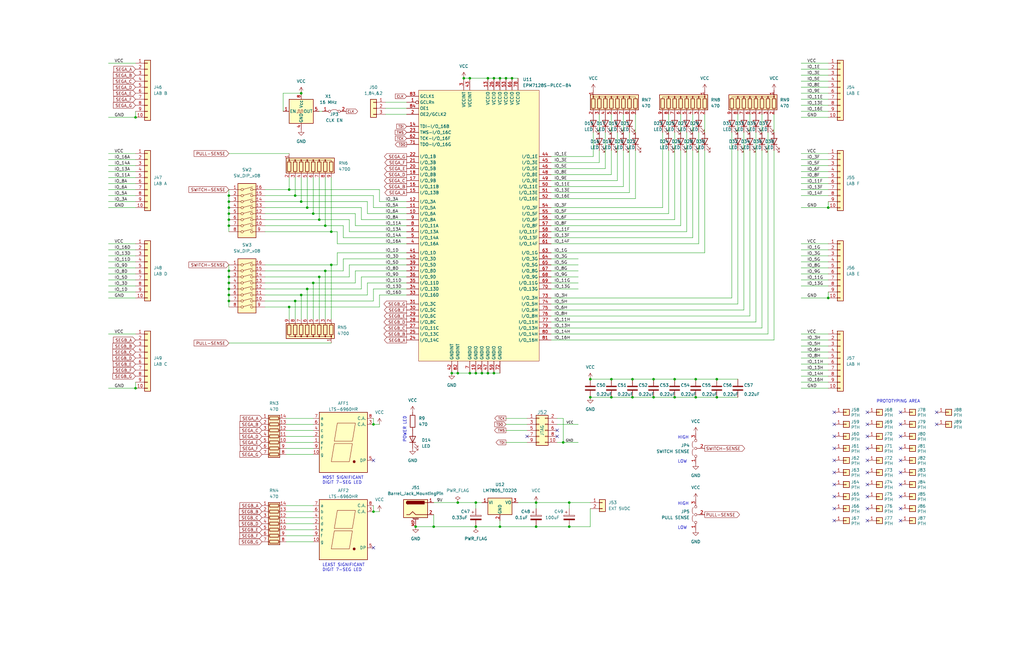
<source format=kicad_sch>
(kicad_sch (version 20211123) (generator eeschema)
  (paper "B")
  (junction (at 193.04 157.48))
  (junction (at 213.36 33.02))
  (junction (at 200.66 157.48))
  (junction (at 198.12 33.02))
  (junction (at 96.52 92.71))
  (junction (at 134.62 92.71))
  (junction (at 284.48 160.02))
  (junction (at 208.28 157.48))
  (junction (at 293.37 167.64))
  (junction (at 210.82 33.02))
  (junction (at 96.52 82.55))
  (junction (at 132.08 90.17))
  (junction (at 127 85.09))
  (junction (at 226.06 212.09))
  (junction (at 349.25 87.63))
  (junction (at 121.92 80.01))
  (junction (at 96.52 116.84))
  (junction (at 190.5 157.48))
  (junction (at 193.04 212.09))
  (junction (at 129.54 87.63))
  (junction (at 195.58 33.02))
  (junction (at 302.26 160.02))
  (junction (at 293.37 160.02))
  (junction (at 205.74 157.48))
  (junction (at 96.52 127))
  (junction (at 139.7 111.76))
  (junction (at 237.49 186.69))
  (junction (at 96.52 85.09))
  (junction (at 124.46 127))
  (junction (at 124.46 82.55))
  (junction (at 257.81 167.64))
  (junction (at 96.52 90.17))
  (junction (at 349.25 125.73))
  (junction (at 127 39.37))
  (junction (at 129.54 121.92))
  (junction (at 205.74 33.02))
  (junction (at 96.52 124.46))
  (junction (at 137.16 114.3))
  (junction (at 215.9 33.02))
  (junction (at 182.88 222.25))
  (junction (at 198.12 157.48))
  (junction (at 266.7 160.02))
  (junction (at 157.48 179.07))
  (junction (at 96.52 121.92))
  (junction (at 200.66 212.09))
  (junction (at 257.81 160.02))
  (junction (at 96.52 114.3))
  (junction (at 275.59 167.64))
  (junction (at 203.2 157.48))
  (junction (at 200.66 222.25))
  (junction (at 137.16 95.25))
  (junction (at 275.59 160.02))
  (junction (at 57.15 163.83))
  (junction (at 57.15 49.53))
  (junction (at 226.06 222.25))
  (junction (at 96.52 119.38))
  (junction (at 96.52 87.63))
  (junction (at 248.92 167.64))
  (junction (at 157.48 215.9))
  (junction (at 96.52 95.25))
  (junction (at 240.03 212.09))
  (junction (at 240.03 222.25))
  (junction (at 284.48 167.64))
  (junction (at 132.08 119.38))
  (junction (at 208.28 33.02))
  (junction (at 302.26 167.64))
  (junction (at 134.62 116.84))
  (junction (at 248.92 160.02))
  (junction (at 175.26 222.25))
  (junction (at 121.92 129.54))
  (junction (at 210.82 222.25))
  (junction (at 266.7 167.64))
  (junction (at 139.7 97.79))
  (junction (at 127 124.46))
  (no_connect (at 351.79 199.39))
  (no_connect (at 379.73 204.47))
  (no_connect (at 365.76 184.15))
  (no_connect (at 365.76 219.71))
  (no_connect (at 379.73 184.15))
  (no_connect (at 365.76 173.99))
  (no_connect (at 365.76 214.63))
  (no_connect (at 379.73 219.71))
  (no_connect (at 234.95 184.15))
  (no_connect (at 379.73 189.23))
  (no_connect (at 351.79 179.07))
  (no_connect (at 365.76 179.07))
  (no_connect (at 365.76 209.55))
  (no_connect (at 351.79 219.71))
  (no_connect (at 365.76 189.23))
  (no_connect (at 379.73 179.07))
  (no_connect (at 394.97 179.07))
  (no_connect (at 379.73 199.39))
  (no_connect (at 351.79 194.31))
  (no_connect (at 351.79 214.63))
  (no_connect (at 379.73 194.31))
  (no_connect (at 351.79 189.23))
  (no_connect (at 157.48 194.31))
  (no_connect (at 394.97 173.99))
  (no_connect (at 351.79 184.15))
  (no_connect (at 234.95 181.61))
  (no_connect (at 351.79 204.47))
  (no_connect (at 365.76 194.31))
  (no_connect (at 351.79 209.55))
  (no_connect (at 379.73 214.63))
  (no_connect (at 157.48 231.14))
  (no_connect (at 379.73 173.99))
  (no_connect (at 222.25 184.15))
  (no_connect (at 379.73 209.55))
  (no_connect (at 365.76 204.47))
  (no_connect (at 365.76 199.39))
  (no_connect (at 351.79 173.99))
  (wire (pts (xy 137.16 74.93) (xy 137.16 95.25)))
  (wire (pts (xy 45.72 69.85) (xy 57.15 69.85)))
  (wire (pts (xy 129.54 74.93) (xy 129.54 87.63)))
  (wire (pts (xy 337.82 120.65) (xy 349.25 120.65)))
  (wire (pts (xy 232.41 78.74) (xy 262.89 78.74)))
  (wire (pts (xy 297.18 63.5) (xy 297.18 106.68)))
  (wire (pts (xy 120.65 181.61) (xy 132.08 181.61)))
  (wire (pts (xy 45.72 80.01) (xy 57.15 80.01)))
  (wire (pts (xy 96.52 121.92) (xy 96.52 124.46)))
  (wire (pts (xy 149.86 95.25) (xy 171.45 95.25)))
  (wire (pts (xy 294.64 55.88) (xy 294.64 102.87)))
  (wire (pts (xy 337.82 87.63) (xy 349.25 87.63)))
  (wire (pts (xy 45.72 77.47) (xy 57.15 77.47)))
  (wire (pts (xy 232.41 100.33) (xy 292.1 100.33)))
  (wire (pts (xy 337.82 77.47) (xy 349.25 77.47)))
  (wire (pts (xy 257.81 48.26) (xy 257.81 55.88)))
  (wire (pts (xy 162.56 48.26) (xy 171.45 48.26)))
  (wire (pts (xy 96.52 124.46) (xy 96.52 127)))
  (wire (pts (xy 57.15 161.29) (xy 57.15 163.83)))
  (wire (pts (xy 129.54 87.63) (xy 152.4 87.63)))
  (wire (pts (xy 147.32 97.79) (xy 171.45 97.79)))
  (wire (pts (xy 205.74 33.02) (xy 208.28 33.02)))
  (wire (pts (xy 337.82 29.21) (xy 349.25 29.21)))
  (wire (pts (xy 222.25 179.07) (xy 213.36 179.07)))
  (wire (pts (xy 337.82 102.87) (xy 349.25 102.87)))
  (wire (pts (xy 127 85.09) (xy 154.94 85.09)))
  (wire (pts (xy 337.82 31.75) (xy 349.25 31.75)))
  (wire (pts (xy 149.86 119.38) (xy 132.08 119.38)))
  (wire (pts (xy 45.72 105.41) (xy 57.15 105.41)))
  (wire (pts (xy 144.78 109.22) (xy 171.45 109.22)))
  (wire (pts (xy 127 74.93) (xy 127 85.09)))
  (wire (pts (xy 139.7 74.93) (xy 139.7 97.79)))
  (wire (pts (xy 121.92 74.93) (xy 121.92 80.01)))
  (wire (pts (xy 240.03 212.09) (xy 240.03 214.63)))
  (wire (pts (xy 337.82 158.75) (xy 349.25 158.75)))
  (wire (pts (xy 120.65 220.98) (xy 132.08 220.98)))
  (wire (pts (xy 337.82 143.51) (xy 349.25 143.51)))
  (wire (pts (xy 200.66 222.25) (xy 210.82 222.25)))
  (wire (pts (xy 45.72 163.83) (xy 57.15 163.83)))
  (wire (pts (xy 337.82 69.85) (xy 349.25 69.85)))
  (wire (pts (xy 308.61 125.73) (xy 232.41 125.73)))
  (wire (pts (xy 190.5 157.48) (xy 193.04 157.48)))
  (wire (pts (xy 134.62 116.84) (xy 147.32 116.84)))
  (wire (pts (xy 171.45 92.71) (xy 152.4 92.71)))
  (wire (pts (xy 337.82 44.45) (xy 349.25 44.45)))
  (wire (pts (xy 137.16 114.3) (xy 137.16 134.62)))
  (wire (pts (xy 111.76 92.71) (xy 134.62 92.71)))
  (wire (pts (xy 96.52 114.3) (xy 96.52 116.84)))
  (wire (pts (xy 266.7 160.02) (xy 275.59 160.02)))
  (wire (pts (xy 96.52 119.38) (xy 96.52 121.92)))
  (wire (pts (xy 232.41 90.17) (xy 281.94 90.17)))
  (wire (pts (xy 267.97 63.5) (xy 267.97 83.82)))
  (wire (pts (xy 293.37 160.02) (xy 302.26 160.02)))
  (wire (pts (xy 349.25 85.09) (xy 349.25 87.63)))
  (wire (pts (xy 134.62 46.99) (xy 135.89 46.99)))
  (wire (pts (xy 57.15 46.99) (xy 57.15 49.53)))
  (wire (pts (xy 337.82 118.11) (xy 349.25 118.11)))
  (wire (pts (xy 232.41 128.27) (xy 311.15 128.27)))
  (wire (pts (xy 162.56 43.18) (xy 171.45 43.18)))
  (wire (pts (xy 311.15 63.5) (xy 311.15 128.27)))
  (wire (pts (xy 337.82 151.13) (xy 349.25 151.13)))
  (wire (pts (xy 262.89 78.74) (xy 262.89 63.5)))
  (wire (pts (xy 232.41 66.04) (xy 250.19 66.04)))
  (wire (pts (xy 222.25 176.53) (xy 213.36 176.53)))
  (wire (pts (xy 154.94 119.38) (xy 154.94 124.46)))
  (wire (pts (xy 157.48 121.92) (xy 171.45 121.92)))
  (wire (pts (xy 321.31 63.5) (xy 321.31 138.43)))
  (wire (pts (xy 323.85 140.97) (xy 232.41 140.97)))
  (wire (pts (xy 337.82 80.01) (xy 349.25 80.01)))
  (wire (pts (xy 208.28 157.48) (xy 210.82 157.48)))
  (wire (pts (xy 337.82 64.77) (xy 349.25 64.77)))
  (wire (pts (xy 287.02 48.26) (xy 287.02 55.88)))
  (wire (pts (xy 337.82 39.37) (xy 349.25 39.37)))
  (wire (pts (xy 234.95 176.53) (xy 237.49 176.53)))
  (wire (pts (xy 111.76 97.79) (xy 139.7 97.79)))
  (wire (pts (xy 120.65 179.07) (xy 132.08 179.07)))
  (wire (pts (xy 120.65 228.6) (xy 132.08 228.6)))
  (wire (pts (xy 171.45 124.46) (xy 160.02 124.46)))
  (wire (pts (xy 284.48 167.64) (xy 293.37 167.64)))
  (wire (pts (xy 121.92 129.54) (xy 121.92 134.62)))
  (wire (pts (xy 157.48 179.07) (xy 160.02 179.07)))
  (wire (pts (xy 287.02 63.5) (xy 287.02 95.25)))
  (wire (pts (xy 232.41 116.84) (xy 243.84 116.84)))
  (wire (pts (xy 157.48 176.53) (xy 157.48 179.07)))
  (wire (pts (xy 289.56 97.79) (xy 232.41 97.79)))
  (wire (pts (xy 208.28 33.02) (xy 210.82 33.02)))
  (wire (pts (xy 142.24 102.87) (xy 142.24 97.79)))
  (wire (pts (xy 205.74 157.48) (xy 208.28 157.48)))
  (wire (pts (xy 232.41 71.12) (xy 255.27 71.12)))
  (wire (pts (xy 111.76 80.01) (xy 121.92 80.01)))
  (wire (pts (xy 232.41 81.28) (xy 265.43 81.28)))
  (wire (pts (xy 232.41 114.3) (xy 243.84 114.3)))
  (wire (pts (xy 279.4 55.88) (xy 279.4 87.63)))
  (wire (pts (xy 200.66 212.09) (xy 203.2 212.09)))
  (wire (pts (xy 193.04 157.48) (xy 198.12 157.48)))
  (wire (pts (xy 96.52 92.71) (xy 96.52 95.25)))
  (wire (pts (xy 132.08 74.93) (xy 132.08 90.17)))
  (wire (pts (xy 240.03 222.25) (xy 226.06 222.25)))
  (wire (pts (xy 96.52 144.78) (xy 139.7 144.78)))
  (wire (pts (xy 232.41 119.38) (xy 243.84 119.38)))
  (wire (pts (xy 260.35 76.2) (xy 260.35 55.88)))
  (wire (pts (xy 213.36 186.69) (xy 222.25 186.69)))
  (wire (pts (xy 45.72 102.87) (xy 57.15 102.87)))
  (wire (pts (xy 255.27 71.12) (xy 255.27 55.88)))
  (wire (pts (xy 124.46 127) (xy 124.46 134.62)))
  (wire (pts (xy 96.52 82.55) (xy 96.52 85.09)))
  (wire (pts (xy 284.48 55.88) (xy 284.48 92.71)))
  (wire (pts (xy 134.62 92.71) (xy 147.32 92.71)))
  (wire (pts (xy 337.82 161.29) (xy 349.25 161.29)))
  (wire (pts (xy 198.12 33.02) (xy 205.74 33.02)))
  (wire (pts (xy 218.44 212.09) (xy 226.06 212.09)))
  (wire (pts (xy 257.81 63.5) (xy 257.81 73.66)))
  (wire (pts (xy 318.77 135.89) (xy 232.41 135.89)))
  (wire (pts (xy 297.18 48.26) (xy 297.18 55.88)))
  (wire (pts (xy 124.46 74.93) (xy 124.46 82.55)))
  (wire (pts (xy 213.36 33.02) (xy 215.9 33.02)))
  (wire (pts (xy 232.41 109.22) (xy 243.84 109.22)))
  (wire (pts (xy 120.65 213.36) (xy 132.08 213.36)))
  (wire (pts (xy 96.52 64.77) (xy 121.92 64.77)))
  (wire (pts (xy 45.72 72.39) (xy 57.15 72.39)))
  (wire (pts (xy 337.82 36.83) (xy 349.25 36.83)))
  (wire (pts (xy 127 39.37) (xy 119.38 39.37)))
  (wire (pts (xy 157.48 215.9) (xy 160.02 215.9)))
  (wire (pts (xy 45.72 107.95) (xy 57.15 107.95)))
  (wire (pts (xy 139.7 111.76) (xy 142.24 111.76)))
  (wire (pts (xy 147.32 111.76) (xy 171.45 111.76)))
  (wire (pts (xy 129.54 121.92) (xy 152.4 121.92)))
  (wire (pts (xy 160.02 85.09) (xy 171.45 85.09)))
  (wire (pts (xy 337.82 67.31) (xy 349.25 67.31)))
  (wire (pts (xy 134.62 116.84) (xy 134.62 134.62)))
  (wire (pts (xy 337.82 49.53) (xy 349.25 49.53)))
  (wire (pts (xy 45.72 110.49) (xy 57.15 110.49)))
  (wire (pts (xy 337.82 72.39) (xy 349.25 72.39)))
  (wire (pts (xy 337.82 105.41) (xy 349.25 105.41)))
  (wire (pts (xy 149.86 90.17) (xy 149.86 95.25)))
  (wire (pts (xy 257.81 167.64) (xy 266.7 167.64)))
  (wire (pts (xy 250.19 55.88) (xy 250.19 66.04)))
  (wire (pts (xy 323.85 55.88) (xy 323.85 140.97)))
  (wire (pts (xy 193.04 212.09) (xy 200.66 212.09)))
  (wire (pts (xy 111.76 111.76) (xy 139.7 111.76)))
  (wire (pts (xy 326.39 63.5) (xy 326.39 143.51)))
  (wire (pts (xy 96.52 80.01) (xy 96.52 82.55)))
  (wire (pts (xy 308.61 55.88) (xy 308.61 125.73)))
  (wire (pts (xy 45.72 85.09) (xy 57.15 85.09)))
  (wire (pts (xy 132.08 90.17) (xy 149.86 90.17)))
  (wire (pts (xy 45.72 74.93) (xy 57.15 74.93)))
  (wire (pts (xy 171.45 87.63) (xy 157.48 87.63)))
  (wire (pts (xy 111.76 95.25) (xy 137.16 95.25)))
  (wire (pts (xy 142.24 106.68) (xy 171.45 106.68)))
  (wire (pts (xy 120.65 215.9) (xy 132.08 215.9)))
  (wire (pts (xy 248.92 214.63) (xy 248.92 222.25)))
  (wire (pts (xy 237.49 176.53) (xy 237.49 186.69)))
  (wire (pts (xy 266.7 167.64) (xy 275.59 167.64)))
  (wire (pts (xy 337.82 74.93) (xy 349.25 74.93)))
  (wire (pts (xy 302.26 167.64) (xy 311.15 167.64)))
  (wire (pts (xy 152.4 116.84) (xy 171.45 116.84)))
  (wire (pts (xy 234.95 179.07) (xy 243.84 179.07)))
  (wire (pts (xy 284.48 92.71) (xy 232.41 92.71)))
  (wire (pts (xy 45.72 67.31) (xy 57.15 67.31)))
  (wire (pts (xy 226.06 212.09) (xy 240.03 212.09)))
  (wire (pts (xy 160.02 124.46) (xy 160.02 129.54)))
  (wire (pts (xy 127 124.46) (xy 127 134.62)))
  (wire (pts (xy 337.82 26.67) (xy 349.25 26.67)))
  (wire (pts (xy 121.92 80.01) (xy 160.02 80.01)))
  (wire (pts (xy 142.24 97.79) (xy 139.7 97.79)))
  (wire (pts (xy 171.45 119.38) (xy 154.94 119.38)))
  (wire (pts (xy 120.65 218.44) (xy 132.08 218.44)))
  (wire (pts (xy 252.73 68.58) (xy 232.41 68.58)))
  (wire (pts (xy 157.48 87.63) (xy 157.48 82.55)))
  (wire (pts (xy 275.59 167.64) (xy 284.48 167.64)))
  (wire (pts (xy 265.43 81.28) (xy 265.43 55.88)))
  (wire (pts (xy 142.24 111.76) (xy 142.24 106.68)))
  (wire (pts (xy 293.37 167.64) (xy 302.26 167.64)))
  (wire (pts (xy 326.39 48.26) (xy 326.39 55.88)))
  (wire (pts (xy 337.82 46.99) (xy 349.25 46.99)))
  (wire (pts (xy 162.56 45.72) (xy 171.45 45.72)))
  (wire (pts (xy 147.32 92.71) (xy 147.32 97.79)))
  (wire (pts (xy 144.78 95.25) (xy 144.78 100.33)))
  (wire (pts (xy 232.41 95.25) (xy 287.02 95.25)))
  (wire (pts (xy 45.72 64.77) (xy 57.15 64.77)))
  (wire (pts (xy 281.94 48.26) (xy 281.94 55.88)))
  (wire (pts (xy 111.76 82.55) (xy 124.46 82.55)))
  (wire (pts (xy 144.78 100.33) (xy 171.45 100.33)))
  (wire (pts (xy 120.65 176.53) (xy 132.08 176.53)))
  (wire (pts (xy 232.41 76.2) (xy 260.35 76.2)))
  (wire (pts (xy 154.94 124.46) (xy 127 124.46)))
  (wire (pts (xy 171.45 102.87) (xy 142.24 102.87)))
  (wire (pts (xy 318.77 55.88) (xy 318.77 135.89)))
  (wire (pts (xy 232.41 87.63) (xy 279.4 87.63)))
  (wire (pts (xy 349.25 123.19) (xy 349.25 125.73)))
  (wire (pts (xy 152.4 121.92) (xy 152.4 116.84)))
  (wire (pts (xy 144.78 109.22) (xy 144.78 114.3)))
  (wire (pts (xy 337.82 82.55) (xy 349.25 82.55)))
  (wire (pts (xy 210.82 33.02) (xy 213.36 33.02)))
  (wire (pts (xy 129.54 121.92) (xy 129.54 134.62)))
  (wire (pts (xy 154.94 90.17) (xy 171.45 90.17)))
  (wire (pts (xy 237.49 186.69) (xy 243.84 186.69)))
  (wire (pts (xy 157.48 127) (xy 157.48 121.92)))
  (wire (pts (xy 111.76 85.09) (xy 127 85.09)))
  (wire (pts (xy 252.73 63.5) (xy 252.73 68.58)))
  (wire (pts (xy 139.7 111.76) (xy 139.7 134.62)))
  (wire (pts (xy 152.4 92.71) (xy 152.4 87.63)))
  (wire (pts (xy 45.72 87.63) (xy 57.15 87.63)))
  (wire (pts (xy 240.03 222.25) (xy 248.92 222.25)))
  (wire (pts (xy 96.52 95.25) (xy 96.52 97.79)))
  (wire (pts (xy 257.81 160.02) (xy 266.7 160.02)))
  (wire (pts (xy 232.41 121.92) (xy 243.84 121.92)))
  (wire (pts (xy 45.72 82.55) (xy 57.15 82.55)))
  (wire (pts (xy 215.9 33.02) (xy 218.44 33.02)))
  (wire (pts (xy 147.32 116.84) (xy 147.32 111.76)))
  (wire (pts (xy 134.62 74.93) (xy 134.62 92.71)))
  (wire (pts (xy 154.94 85.09) (xy 154.94 90.17)))
  (wire (pts (xy 96.52 90.17) (xy 96.52 92.71)))
  (wire (pts (xy 294.64 102.87) (xy 232.41 102.87)))
  (wire (pts (xy 45.72 115.57) (xy 57.15 115.57)))
  (wire (pts (xy 175.26 222.25) (xy 182.88 222.25)))
  (wire (pts (xy 120.65 184.15) (xy 132.08 184.15)))
  (wire (pts (xy 160.02 129.54) (xy 121.92 129.54)))
  (wire (pts (xy 182.88 212.09) (xy 193.04 212.09)))
  (wire (pts (xy 337.82 115.57) (xy 349.25 115.57)))
  (wire (pts (xy 337.82 156.21) (xy 349.25 156.21)))
  (wire (pts (xy 240.03 212.09) (xy 248.92 212.09)))
  (wire (pts (xy 132.08 119.38) (xy 132.08 134.62)))
  (wire (pts (xy 96.52 87.63) (xy 96.52 90.17)))
  (wire (pts (xy 248.92 167.64) (xy 257.81 167.64)))
  (wire (pts (xy 316.23 63.5) (xy 316.23 133.35)))
  (wire (pts (xy 111.76 121.92) (xy 129.54 121.92)))
  (wire (pts (xy 157.48 213.36) (xy 157.48 215.9)))
  (wire (pts (xy 120.65 223.52) (xy 132.08 223.52)))
  (wire (pts (xy 337.82 113.03) (xy 349.25 113.03)))
  (wire (pts (xy 284.48 160.02) (xy 293.37 160.02)))
  (wire (pts (xy 232.41 111.76) (xy 243.84 111.76)))
  (wire (pts (xy 275.59 160.02) (xy 284.48 160.02)))
  (wire (pts (xy 232.41 143.51) (xy 326.39 143.51)))
  (wire (pts (xy 203.2 157.48) (xy 205.74 157.48)))
  (wire (pts (xy 149.86 114.3) (xy 149.86 119.38)))
  (wire (pts (xy 182.88 222.25) (xy 200.66 222.25)))
  (wire (pts (xy 337.82 41.91) (xy 349.25 41.91)))
  (wire (pts (xy 248.92 160.02) (xy 257.81 160.02)))
  (wire (pts (xy 292.1 63.5) (xy 292.1 100.33)))
  (wire (pts (xy 45.72 113.03) (xy 57.15 113.03)))
  (wire (pts (xy 337.82 140.97) (xy 349.25 140.97)))
  (wire (pts (xy 157.48 82.55) (xy 124.46 82.55)))
  (wire (pts (xy 262.89 48.26) (xy 262.89 55.88)))
  (wire (pts (xy 311.15 48.26) (xy 311.15 55.88)))
  (wire (pts (xy 45.72 140.97) (xy 57.15 140.97)))
  (wire (pts (xy 96.52 127) (xy 96.52 129.54)))
  (wire (pts (xy 120.65 191.77) (xy 132.08 191.77)))
  (wire (pts (xy 45.72 49.53) (xy 57.15 49.53)))
  (wire (pts (xy 144.78 114.3) (xy 137.16 114.3)))
  (wire (pts (xy 120.65 189.23) (xy 132.08 189.23)))
  (wire (pts (xy 232.41 106.68) (xy 297.18 106.68)))
  (wire (pts (xy 111.76 87.63) (xy 129.54 87.63)))
  (wire (pts (xy 45.72 125.73) (xy 57.15 125.73)))
  (wire (pts (xy 111.76 129.54) (xy 121.92 129.54)))
  (wire (pts (xy 337.82 146.05) (xy 349.25 146.05)))
  (wire (pts (xy 213.36 181.61) (xy 222.25 181.61)))
  (wire (pts (xy 292.1 48.26) (xy 292.1 55.88)))
  (wire (pts (xy 45.72 120.65) (xy 57.15 120.65)))
  (wire (pts (xy 232.41 133.35) (xy 316.23 133.35)))
  (wire (pts (xy 257.81 73.66) (xy 232.41 73.66)))
  (wire (pts (xy 337.82 148.59) (xy 349.25 148.59)))
  (wire (pts (xy 137.16 95.25) (xy 144.78 95.25)))
  (wire (pts (xy 96.52 85.09) (xy 96.52 87.63)))
  (wire (pts (xy 111.76 114.3) (xy 137.16 114.3)))
  (wire (pts (xy 45.72 123.19) (xy 57.15 123.19)))
  (wire (pts (xy 182.88 222.25) (xy 182.88 217.17)))
  (wire (pts (xy 198.12 157.48) (xy 200.66 157.48)))
  (wire (pts (xy 120.65 226.06) (xy 132.08 226.06)))
  (wire (pts (xy 302.26 160.02) (xy 311.15 160.02)))
  (wire (pts (xy 111.76 90.17) (xy 132.08 90.17)))
  (wire (pts (xy 96.52 116.84) (xy 96.52 119.38)))
  (wire (pts (xy 337.82 163.83) (xy 349.25 163.83)))
  (wire (pts (xy 337.82 34.29) (xy 349.25 34.29)))
  (wire (pts (xy 267.97 83.82) (xy 232.41 83.82)))
  (wire (pts (xy 111.76 116.84) (xy 134.62 116.84)))
  (wire (pts (xy 200.66 212.09) (xy 200.66 214.63)))
  (wire (pts (xy 313.69 55.88) (xy 313.69 130.81)))
  (wire (pts (xy 281.94 63.5) (xy 281.94 90.17)))
  (wire (pts (xy 316.23 48.26) (xy 316.23 55.88)))
  (wire (pts (xy 200.66 157.48) (xy 203.2 157.48)))
  (wire (pts (xy 171.45 114.3) (xy 149.86 114.3)))
  (wire (pts (xy 337.82 153.67) (xy 349.25 153.67)))
  (wire (pts (xy 210.82 222.25) (xy 226.06 222.25)))
  (wire (pts (xy 337.82 125.73) (xy 349.25 125.73)))
  (wire (pts (xy 111.76 124.46) (xy 127 124.46)))
  (wire (pts (xy 111.76 119.38) (xy 132.08 119.38)))
  (wire (pts (xy 119.38 39.37) (xy 119.38 46.99)))
  (wire (pts (xy 160.02 80.01) (xy 160.02 85.09)))
  (wire (pts (xy 252.73 48.26) (xy 252.73 55.88)))
  (wire (pts (xy 124.46 127) (xy 157.48 127)))
  (wire (pts (xy 45.72 118.11) (xy 57.15 118.11)))
  (wire (pts (xy 195.58 33.02) (xy 198.12 33.02)))
  (wire (pts (xy 289.56 55.88) (xy 289.56 97.79)))
  (wire (pts (xy 337.82 110.49) (xy 349.25 110.49)))
  (wire (pts (xy 96.52 111.76) (xy 96.52 114.3)))
  (wire (pts (xy 210.82 222.25) (xy 210.82 219.71)))
  (wire (pts (xy 120.65 186.69) (xy 132.08 186.69)))
  (wire (pts (xy 337.82 107.95) (xy 349.25 107.95)))
  (wire (pts (xy 234.95 186.69) (xy 237.49 186.69)))
  (wire (pts (xy 45.72 26.67) (xy 57.15 26.67)))
  (wire (pts (xy 321.31 48.26) (xy 321.31 55.88)))
  (wire (pts (xy 267.97 48.26) (xy 267.97 55.88)))
  (wire (pts (xy 111.76 127) (xy 124.46 127)))
  (wire (pts (xy 226.06 212.09) (xy 226.06 214.63)))
  (wire (pts (xy 232.41 138.43) (xy 321.31 138.43)))
  (wire (pts (xy 313.69 130.81) (xy 232.41 130.81)))
  (text "LOW" (at 285.75 223.52 0) (effects (font (size 1.27 1.27)) (justify left bottom)))
  (text "LEAST SIGNIFICANT\nDIGIT 7-SEG LED" (at 135.89 241.3 0) (effects (font (size 1.27 1.27)) (justify left bottom)))
  (text "HIGH" (at 285.75 213.36 0) (effects (font (size 1.27 1.27)) (justify left bottom)))
  (text "PROTOTYPING AREA" (at 369.57 170.18 0) (effects (font (size 1.27 1.27)) (justify left bottom)))
  (text "HIGH" (at 285.75 185.42 0) (effects (font (size 1.27 1.27)) (justify left bottom)))
  (text "LOW" (at 285.75 195.58 0) (effects (font (size 1.27 1.27)) (justify left bottom)))
  (text "MOST SIGNIFICANT\nDIGIT 7-SEG LED" (at 135.89 204.47 0) (effects (font (size 1.27 1.27)) (justify left bottom)))
  (text "POWER LED" (at 171.45 186.69 90) (effects (font (size 1.27 1.27)) (justify left bottom)))
  (label "IO_5H" (at 340.36 146.05 0))
  (label "GND" (at 48.26 87.63 0))
  (label "IO_6A" (at 48.26 80.01 0))
  (label "IO_8A" (at 162.56 92.71 0))
  (label "GND" (at 340.36 163.83 0))
  (label "IO_11G" (at 340.36 118.11 0))
  (label "IO_9G" (at 340.36 115.57 0))
  (label "IO_11E" (at 233.68 78.74 0))
  (label "IO_8E" (at 233.68 73.66 0))
  (label "IO_14H" (at 233.68 140.97 0))
  (label "IO_3E" (at 233.68 68.58 0))
  (label "IO_13H" (at 233.68 138.43 0))
  (label "IO_11A" (at 48.26 74.93 0))
  (label "IO_1E" (at 233.68 66.04 0))
  (label "IO_3D" (at 162.56 109.22 0))
  (label "IO_16A" (at 48.26 67.31 0))
  (label "IO_1E" (at 340.36 29.21 0))
  (label "IO_3G" (at 340.36 107.95 0))
  (label "IO_5H" (at 233.68 128.27 0))
  (label "IO_16D" (at 48.26 105.41 0))
  (label "IO_3F" (at 340.36 67.31 0))
  (label "IO_13A" (at 48.26 72.39 0))
  (label "IO_9E" (at 233.68 76.2 0))
  (label "IO_3H" (at 340.36 143.51 0))
  (label "IO_11H" (at 233.68 135.89 0))
  (label "GND" (at 48.26 49.53 0))
  (label "IO_14A" (at 48.26 69.85 0))
  (label "IO_8A" (at 48.26 77.47 0))
  (label "IO_6A" (at 162.56 90.17 0))
  (label "IO_3H" (at 233.68 125.73 0))
  (label "IO_16E" (at 340.36 46.99 0))
  (label "IO_3G" (at 233.68 109.22 0))
  (label "IO_9G" (at 233.68 116.84 0))
  (label "IO_8H" (at 340.36 151.13 0))
  (label "IO_11E" (at 340.36 41.91 0))
  (label "IO_8F" (at 340.36 74.93 0))
  (label "IO_8D" (at 162.56 114.3 0))
  (label "IO_11G" (at 233.68 119.38 0))
  (label "IO_13G" (at 233.68 121.92 0))
  (label "IO_6F" (at 233.68 92.71 0))
  (label "IO_3F" (at 233.68 87.63 0))
  (label "IO_3A" (at 48.26 85.09 0))
  (label "IO_1G" (at 233.68 106.68 0))
  (label "VCC" (at 48.26 102.87 0))
  (label "GND" (at 238.506 186.69 0) (effects (font (size 1.016 1.016))))
  (label "IO_8E" (at 340.36 36.83 0))
  (label "IO_6F" (at 340.36 72.39 0))
  (label "GND" (at 340.36 125.73 0))
  (label "IO_6H" (at 233.68 130.81 0))
  (label "VCC" (at 340.36 140.97 0))
  (label "IO_1D" (at 48.26 123.19 0))
  (label "IO_16E" (at 233.68 83.82 0))
  (label "GND" (at 340.36 87.63 0))
  (label "VCC" (at 48.26 26.67 0))
  (label "IO_5E" (at 340.36 34.29 0))
  (label "IO_5A" (at 162.56 87.63 0))
  (label "IO_1G" (at 340.36 105.41 0))
  (label "IO_16H" (at 340.36 161.29 0))
  (label "IO_14F" (at 233.68 102.87 0))
  (label "IO_11D" (at 162.56 119.38 0))
  (label "IO_5D" (at 162.56 111.76 0))
  (label "VCC" (at 48.26 140.97 0))
  (label "IO_11F" (at 233.68 97.79 0))
  (label "GND" (at 48.26 163.83 0))
  (label "IO_13D" (at 162.56 121.92 0))
  (label "VCC" (at 340.36 102.87 0))
  (label "IO_13D" (at 48.26 107.95 0))
  (label "IO_16H" (at 233.68 143.51 0))
  (label "IO_5F" (at 340.36 69.85 0))
  (label "IO_13A" (at 162.56 97.79 0))
  (label "VCC" (at 340.36 26.67 0))
  (label "IO_13E" (at 233.68 81.28 0))
  (label "IO_8G" (at 233.68 114.3 0))
  (label "IO_5E" (at 233.68 71.12 0))
  (label "IO_5F" (at 233.68 90.17 0))
  (label "IO_14A" (at 162.56 100.33 0))
  (label "IO_14F" (at 340.36 82.55 0))
  (label "IO_11H" (at 340.36 153.67 0))
  (label "IO_6H" (at 340.36 148.59 0))
  (label "IO_9D" (at 162.56 116.84 0))
  (label "GND" (at 340.36 49.53 0))
  (label "IO_11F" (at 340.36 77.47 0))
  (label "IO_3E" (at 340.36 31.75 0))
  (label "IO_5G" (at 233.68 111.76 0))
  (label "IO_5A" (at 48.26 82.55 0))
  (label "VCC" (at 238.76 179.07 0) (effects (font (size 1.016 1.016))))
  (label "IO_13G" (at 340.36 120.65 0))
  (label "IO_14H" (at 340.36 158.75 0))
  (label "IO_11D" (at 48.26 110.49 0))
  (label "IO_16A" (at 162.56 102.87 0))
  (label "IO_8H" (at 233.68 133.35 0))
  (label "VCC" (at 48.26 64.77 0))
  (label "IO_9D" (at 48.26 113.03 0))
  (label "IO_5D" (at 48.26 118.11 0))
  (label "IO_13F" (at 340.36 80.01 0))
  (label "IO_3D" (at 48.26 120.65 0))
  (label "IO_1D" (at 162.56 106.68 0))
  (label "IO_8D" (at 48.26 115.57 0))
  (label "IO_5G" (at 340.36 110.49 0))
  (label "VCC" (at 340.36 64.77 0))
  (label "IO_16D" (at 162.56 124.46 0))
  (label "IO_8G" (at 340.36 113.03 0))
  (label "IO_3A" (at 162.56 85.09 0))
  (label "IO_13H" (at 340.36 156.21 0))
  (label "IO_13E" (at 340.36 44.45 0))
  (label "IO_11A" (at 162.56 95.25 0))
  (label "IO_13F" (at 233.68 100.33 0))
  (label "IO_8F" (at 233.68 95.25 0))
  (label "IO_9E" (at 340.36 39.37 0))
  (label "GND" (at 48.26 125.73 0))
  (label "9V" (at 184.15 212.09 0))
  (global_label "TDI" (shape output) (at 213.36 186.69 180) (effects (font (size 1.016 1.016))) (property "Intersheet References" "${INTERSHEET_REFS}" (effects hide)))
  (global_label "SEGA_F" (shape input) (at 110.49 189.23 180) (property "Intersheet References" "${INTERSHEET_REFS}" (effects hide)))
  (global_label "SEGB_C" (shape output) (at 171.45 138.43 180) (property "Intersheet References" "${INTERSHEET_REFS}" (effects hide)))
  (global_label "SEGB_G" (shape output) (at 171.45 128.27 180) (property "Intersheet References" "${INTERSHEET_REFS}" (effects hide)))
  (global_label "SEGB_E" (shape input) (at 110.49 223.52 180) (property "Intersheet References" "${INTERSHEET_REFS}" (effects hide)))
  (global_label "TCK" (shape input) (at 171.45 58.42 180) (effects (font (size 1.016 1.016))) (property "Intersheet References" "${INTERSHEET_REFS}" (effects hide)))
  (global_label "SWITCH-SENSE" (shape input) (at 96.52 111.76 180) (property "Intersheet References" "${INTERSHEET_REFS}" (effects hide)))
  (global_label "CLK" (shape input) (at 171.45 40.64 180) (effects (font (size 1.016 1.016))) (property "Intersheet References" "${INTERSHEET_REFS}" (effects hide)))
  (global_label "SEGB_D" (shape input) (at 57.15 151.13 180) (property "Intersheet References" "${INTERSHEET_REFS}" (effects hide)))
  (global_label "SEGA_D" (shape input) (at 110.49 184.15 180) (property "Intersheet References" "${INTERSHEET_REFS}" (effects hide)))
  (global_label "SEGB_E" (shape input) (at 57.15 153.67 180) (property "Intersheet References" "${INTERSHEET_REFS}" (effects hide)))
  (global_label "SEGB_B" (shape output) (at 171.45 140.97 180) (property "Intersheet References" "${INTERSHEET_REFS}" (effects hide)))
  (global_label "SEGB_B" (shape input) (at 57.15 146.05 180) (property "Intersheet References" "${INTERSHEET_REFS}" (effects hide)))
  (global_label "SEGB_G" (shape input) (at 57.15 158.75 180) (property "Intersheet References" "${INTERSHEET_REFS}" (effects hide)))
  (global_label "SEGA_G" (shape input) (at 57.15 44.45 180) (property "Intersheet References" "${INTERSHEET_REFS}" (effects hide)))
  (global_label "SEGA_F" (shape output) (at 171.45 68.58 180) (property "Intersheet References" "${INTERSHEET_REFS}" (effects hide)))
  (global_label "SEGB_C" (shape input) (at 110.49 218.44 180) (property "Intersheet References" "${INTERSHEET_REFS}" (effects hide)))
  (global_label "TMS" (shape input) (at 171.45 55.88 180) (effects (font (size 1.016 1.016))) (property "Intersheet References" "${INTERSHEET_REFS}" (effects hide)))
  (global_label "SEGA_A" (shape input) (at 57.15 29.21 180) (property "Intersheet References" "${INTERSHEET_REFS}" (effects hide)))
  (global_label "SWITCH-SENSE" (shape input) (at 96.52 80.01 180) (property "Intersheet References" "${INTERSHEET_REFS}" (effects hide)))
  (global_label "SEGA_C" (shape input) (at 110.49 181.61 180) (property "Intersheet References" "${INTERSHEET_REFS}" (effects hide)))
  (global_label "SEGA_F" (shape input) (at 57.15 41.91 180) (property "Intersheet References" "${INTERSHEET_REFS}" (effects hide)))
  (global_label "TMS" (shape output) (at 213.36 181.61 180) (effects (font (size 1.016 1.016))) (property "Intersheet References" "${INTERSHEET_REFS}" (effects hide)))
  (global_label "SEGA_D" (shape input) (at 57.15 36.83 180) (property "Intersheet References" "${INTERSHEET_REFS}" (effects hide)))
  (global_label "TCK" (shape output) (at 213.36 176.53 180) (effects (font (size 1.016 1.016))) (property "Intersheet References" "${INTERSHEET_REFS}" (effects hide)))
  (global_label "SEGA_D" (shape output) (at 171.45 73.66 180) (property "Intersheet References" "${INTERSHEET_REFS}" (effects hide)))
  (global_label "SEGB_A" (shape output) (at 171.45 143.51 180) (property "Intersheet References" "${INTERSHEET_REFS}" (effects hide)))
  (global_label "SEGA_E" (shape input) (at 57.15 39.37 180) (property "Intersheet References" "${INTERSHEET_REFS}" (effects hide)))
  (global_label "SWITCH-SENSE" (shape output) (at 297.18 189.23 0) (property "Intersheet References" "${INTERSHEET_REFS}" (effects hide)))
  (global_label "SEGA_C" (shape output) (at 171.45 76.2 180) (property "Intersheet References" "${INTERSHEET_REFS}" (effects hide)))
  (global_label "SEGA_G" (shape output) (at 171.45 66.04 180) (property "Intersheet References" "${INTERSHEET_REFS}" (effects hide)))
  (global_label "SEGB_D" (shape output) (at 171.45 135.89 180) (property "Intersheet References" "${INTERSHEET_REFS}" (effects hide)))
  (global_label "PULL-SENSE" (shape output) (at 297.18 217.17 0) (property "Intersheet References" "${INTERSHEET_REFS}" (effects hide)))
  (global_label "SEGB_F" (shape input) (at 57.15 156.21 180) (property "Intersheet References" "${INTERSHEET_REFS}" (effects hide)))
  (global_label "TDI" (shape input) (at 171.45 53.34 180) (effects (font (size 1.016 1.016))) (property "Intersheet References" "${INTERSHEET_REFS}" (effects hide)))
  (global_label "SEGB_E" (shape output) (at 171.45 133.35 180) (property "Intersheet References" "${INTERSHEET_REFS}" (effects hide)))
  (global_label "SEGA_E" (shape output) (at 171.45 71.12 180) (property "Intersheet References" "${INTERSHEET_REFS}" (effects hide)))
  (global_label "SEGA_A" (shape input) (at 110.49 176.53 180) (property "Intersheet References" "${INTERSHEET_REFS}" (effects hide)))
  (global_label "PULL-SENSE" (shape input) (at 96.52 64.77 180) (property "Intersheet References" "${INTERSHEET_REFS}" (effects hide)))
  (global_label "SEGB_F" (shape input) (at 110.49 226.06 180) (property "Intersheet References" "${INTERSHEET_REFS}" (effects hide)))
  (global_label "PULL-SENSE" (shape input) (at 96.52 144.78 180) (property "Intersheet References" "${INTERSHEET_REFS}" (effects hide)))
  (global_label "SEGA_C" (shape input) (at 57.15 34.29 180) (property "Intersheet References" "${INTERSHEET_REFS}" (effects hide)))
  (global_label "TDO" (shape output) (at 171.45 60.96 180) (effects (font (size 1.016 1.016))) (property "Intersheet References" "${INTERSHEET_REFS}" (effects hide)))
  (global_label "SEGA_A" (shape output) (at 171.45 81.28 180) (property "Intersheet References" "${INTERSHEET_REFS}" (effects hide)))
  (global_label "SEGB_A" (shape input) (at 57.15 143.51 180) (property "Intersheet References" "${INTERSHEET_REFS}" (effects hide)))
  (global_label "SEGB_B" (shape input) (at 110.49 215.9 180) (property "Intersheet References" "${INTERSHEET_REFS}" (effects hide)))
  (global_label "SEGB_G" (shape input) (at 110.49 228.6 180) (property "Intersheet References" "${INTERSHEET_REFS}" (effects hide)))
  (global_label "SEGB_D" (shape input) (at 110.49 220.98 180) (property "Intersheet References" "${INTERSHEET_REFS}" (effects hide)))
  (global_label "TDO" (shape input) (at 213.36 179.07 180) (effects (font (size 1.016 1.016))) (property "Intersheet References" "${INTERSHEET_REFS}" (effects hide)))
  (global_label "SEGB_A" (shape input) (at 110.49 213.36 180) (property "Intersheet References" "${INTERSHEET_REFS}" (effects hide)))
  (global_label "SEGB_F" (shape output) (at 171.45 130.81 180) (property "Intersheet References" "${INTERSHEET_REFS}" (effects hide)))
  (global_label "SEGB_C" (shape input) (at 57.15 148.59 180) (property "Intersheet References" "${INTERSHEET_REFS}" (effects hide)))
  (global_label "CLK" (shape output) (at 146.05 46.99 0) (effects (font (size 1.016 1.016))) (property "Intersheet References" "${INTERSHEET_REFS}" (effects hide)))
  (global_label "SEGA_B" (shape output) (at 171.45 78.74 180) (property "Intersheet References" "${INTERSHEET_REFS}" (effects hide)))
  (global_label "SEGA_G" (shape input) (at 110.49 191.77 180) (property "Intersheet References" "${INTERSHEET_REFS}" (effects hide)))
  (global_label "SEGA_B" (shape input) (at 110.49 179.07 180) (property "Intersheet References" "${INTERSHEET_REFS}" (effects hide)))
  (global_label "SEGA_B" (shape input) (at 57.15 31.75 180) (property "Intersheet References" "${INTERSHEET_REFS}" (effects hide)))
  (global_label "SEGA_E" (shape input) (at 110.49 186.69 180) (property "Intersheet References" "${INTERSHEET_REFS}" (effects hide)))
  (symbol (lib_id "Connector_Generic:Conn_01x01") (at 370.84 194.31 0) (unit 1)
    (property "Reference" "J72" (at 372.8212 193.2686 0) (effects (justify left)))
    (property "Value" "PTH" (at 372.8212 195.58 0) (effects (justify left)))
    (property "Footprint" "PTHelement:PTHelement" (effects hide))
  )
  (symbol (lib_id "Connector_Generic:Conn_01x01") (at 370.84 199.39 0) (unit 1)
    (property "Reference" "J73" (at 372.8212 198.3486 0) (effects (justify left)))
    (property "Value" "PTH" (at 372.8212 200.66 0) (effects (justify left)))
    (property "Footprint" "PTHelement:PTHelement" (effects hide))
  )
  (symbol (lib_id "Connector_Generic:Conn_01x01") (at 356.87 194.31 0) (unit 1)
    (property "Reference" "J62" (at 358.8512 193.2686 0) (effects (justify left)))
    (property "Value" "PTH" (at 358.8512 195.58 0) (effects (justify left)))
    (property "Footprint" "PTHelement:PTHelement" (effects hide))
  )
  (symbol (lib_id "Device:LED") (at 265.43 52.07 90) (unit 1)
    (property "Reference" "D21" (at 261.62 52.07 90) (effects (justify right)))
    (property "Value" "LED" (at 261.62 54.61 90) (effects (justify right)))
    (property "Footprint" "LED_THT:LED_D3.0mm" (effects hide))
  )
  (symbol (lib_id "Device:LED") (at 250.19 52.07 90) (unit 1)
    (property "Reference" "D15" (at 246.38 52.07 90) (effects (justify right)))
    (property "Value" "LED" (at 246.38 54.61 90) (effects (justify right)))
    (property "Footprint" "LED_THT:LED_D3.0mm" (effects hide))
  )
  (symbol (lib_id "Connector_Generic:Conn_01x01") (at 384.81 189.23 0) (unit 1)
    (property "Reference" "J81" (at 386.7912 188.1886 0) (effects (justify left)))
    (property "Value" "PTH" (at 386.7912 190.5 0) (effects (justify left)))
    (property "Footprint" "PTHelement:PTHelement" (effects hide))
  )
  (symbol (lib_id "power:VCC") (at 293.37 182.88 0) (unit 1)
    (property "Reference" "#PWR051" (effects hide))
    (property "Value" "VCC" (at 293.37 177.8 0))
  )
  (symbol (lib_id "Device:LED") (at 281.94 59.69 90) (unit 1)
    (property "Reference" "D24" (at 278.13 59.69 90) (effects (justify right)))
    (property "Value" "LED" (at 278.13 62.23 90) (effects (justify right)))
    (property "Footprint" "LED_THT:LED_D3.0mm" (effects hide))
  )
  (symbol (lib_id "Connector_Generic:Conn_01x01") (at 370.84 189.23 0) (unit 1)
    (property "Reference" "J71" (at 372.8212 188.1886 0) (effects (justify left)))
    (property "Value" "PTH" (at 372.8212 190.5 0) (effects (justify left)))
    (property "Footprint" "PTHelement:PTHelement" (effects hide))
  )
  (symbol (lib_id "power:GND") (at 173.99 189.23 0) (unit 1)
    (property "Reference" "#PWR043" (effects hide))
    (property "Value" "GND" (at 173.99 194.31 0))
  )
  (symbol (lib_id "Device:C") (at 284.48 163.83 0) (unit 1)
    (property "Reference" "C54" (at 287.02 162.56 0) (effects (justify left)))
    (property "Value" "0.22uF" (at 287.02 166.37 0) (effects (justify left)))
    (property "Footprint" "Capacitor_THT:C_Disc_D5.0mm_W2.5mm_P5.00mm" (effects hide))
  )
  (symbol (lib_id "Device:R_Pack07") (at 115.57 220.98 270) (unit 1)
    (property "Reference" "RN4" (at 115.57 207.01 90))
    (property "Value" "470" (at 115.57 209.55 90))
    (property "Footprint" "Package_DIP:DIP-14_W7.62mm" (effects hide))
  )
  (symbol (lib_id "Device:LED") (at 311.15 59.69 90) (unit 1)
    (property "Reference" "D32" (at 307.34 59.69 90) (effects (justify right)))
    (property "Value" "LED" (at 307.34 62.23 90) (effects (justify right)))
    (property "Footprint" "LED_THT:LED_D3.0mm" (effects hide))
  )
  (symbol (lib_id "Device:R_Network08") (at 287.02 43.18 0) (mirror y) (unit 1)
    (property "Reference" "RN8" (at 299.72 42.1639 0) (effects (justify right)))
    (property "Value" "470" (at 299.72 44.7039 0) (effects (justify right)))
    (property "Footprint" "Resistor_THT:R_Array_SIP9" (effects hide))
    (property "Datasheet" "http://www.vishay.com/docs/31509/csc.pdf" (effects hide))
  )
  (symbol (lib_id "Display_Character:LTS-6960HR") (at 144.78 223.52 0) (unit 1)
    (property "Reference" "AFF2" (at 144.78 207.01 0))
    (property "Value" "LTS-6960HR" (at 144.78 209.55 0))
    (property "Footprint" "Display_7Segment:7SegmentLED_LTS6760_LTS6780" (effects hide))
    (property "Datasheet" "https://datasheet.octopart.com/LTS-6960HR-Lite-On-datasheet-11803242.pdf" (effects hide))
  )
  (symbol (lib_id "Connector_Generic:Conn_01x01") (at 384.81 173.99 0) (unit 1)
    (property "Reference" "J78" (at 386.7912 172.9486 0) (effects (justify left)))
    (property "Value" "PTH" (at 386.7912 175.26 0) (effects (justify left)))
    (property "Footprint" "PTHelement:PTHelement" (effects hide))
  )
  (symbol (lib_id "power:PWR_FLAG") (at 193.04 212.09 0) (unit 1)
    (property "Reference" "#FLG08" (effects hide))
    (property "Value" "PWR_FLAG" (at 193.04 207.01 0))
  )
  (symbol (lib_id "power:VCC") (at 173.99 173.99 0) (unit 1)
    (property "Reference" "#PWR042" (effects hide))
    (property "Value" "VCC" (at 173.99 168.91 0))
  )
  (symbol (lib_id "Connector_Generic:Conn_01x01") (at 384.81 179.07 0) (unit 1)
    (property "Reference" "J79" (at 386.7912 178.0286 0) (effects (justify left)))
    (property "Value" "PTH" (at 386.7912 180.34 0) (effects (justify left)))
    (property "Footprint" "PTHelement:PTHelement" (effects hide))
  )
  (symbol (lib_id "Connector_Generic:Conn_01x01") (at 384.81 194.31 0) (unit 1)
    (property "Reference" "J82" (at 386.7912 193.2686 0) (effects (justify left)))
    (property "Value" "PTH" (at 386.7912 195.58 0) (effects (justify left)))
    (property "Footprint" "PTHelement:PTHelement" (effects hide))
  )
  (symbol (lib_id "Device:C_Polarized") (at 226.06 218.44 0) (unit 1)
    (property "Reference" "C48" (at 219.71 215.9 0) (effects (justify left)))
    (property "Value" "0.1uF" (at 217.17 218.44 0) (effects (justify left)))
    (property "Footprint" "Capacitor_THT:C_Disc_D5.0mm_W2.5mm_P5.00mm" (effects hide))
  )
  (symbol (lib_id "Connector:Barrel_Jack_MountingPin") (at 175.26 214.63 0) (unit 1)
    (property "Reference" "J51" (at 175.26 205.74 0))
    (property "Value" "Barrel_Jack_MountingPin" (at 175.26 208.28 0))
    (property "Footprint" "Connector_BarrelJack:BarrelJack_Horizontal" (effects hide))
  )
  (symbol (lib_id "Connector_Generic:Conn_01x10") (at 62.23 36.83 0) (unit 1)
    (property "Reference" "J46" (at 64.77 36.8299 0) (effects (justify left)))
    (property "Value" "LAB B" (at 64.77 39.3699 0) (effects (justify left)))
    (property "Footprint" "Connector_PinSocket_2.54mm:PinSocket_1x10_P2.54mm_Vertical" (effects hide))
  )
  (symbol (lib_id "Device:LED") (at 323.85 52.07 90) (unit 1)
    (property "Reference" "D37" (at 320.04 52.07 90) (effects (justify right)))
    (property "Value" "LED" (at 320.04 54.61 90) (effects (justify right)))
    (property "Footprint" "LED_THT:LED_D3.0mm" (effects hide))
  )
  (symbol (lib_id "Connector_Generic:Conn_02x05_Odd_Even") (at 227.33 181.61 0) (unit 1)
    (property "Reference" "J52" (at 228.6 173.99 0) (effects (font (size 1.524 1.524))))
    (property "Value" "JTAG" (at 228.6 181.61 90))
    (property "Footprint" "Connector_IDC:IDC-Header_2x05_P2.54mm_Vertical" (effects hide))
  )
  (symbol (lib_id "Device:LED") (at 326.39 59.69 90) (unit 1)
    (property "Reference" "D38" (at 322.58 59.69 90) (effects (justify right)))
    (property "Value" "LED" (at 322.58 62.23 90) (effects (justify right)))
    (property "Footprint" "LED_THT:LED_D3.0mm" (effects hide))
  )
  (symbol (lib_id "Device:C") (at 311.15 163.83 0) (unit 1)
    (property "Reference" "C57" (at 313.69 162.56 0) (effects (justify left)))
    (property "Value" "0.22uF" (at 313.69 166.37 0) (effects (justify left)))
    (property "Footprint" "Capacitor_THT:C_Disc_D5.0mm_W2.5mm_P5.00mm" (effects hide))
  )
  (symbol (lib_id "Device:LED") (at 287.02 59.69 90) (unit 1)
    (property "Reference" "D26" (at 283.21 59.69 90) (effects (justify right)))
    (property "Value" "LED" (at 283.21 62.23 90) (effects (justify right)))
    (property "Footprint" "LED_THT:LED_D3.0mm" (effects hide))
  )
  (symbol (lib_id "power:VCC") (at 226.06 212.09 0) (unit 1)
    (property "Reference" "#PWR047" (effects hide))
    (property "Value" "VCC" (at 226.06 207.01 0))
  )
  (symbol (lib_id "power:VCC") (at 160.02 215.9 0) (unit 1)
    (property "Reference" "#PWR041" (effects hide))
    (property "Value" "VCC" (at 160.02 210.82 0))
  )
  (symbol (lib_id "Connector_Generic:Conn_01x01") (at 384.81 219.71 0) (unit 1)
    (property "Reference" "J87" (at 386.7912 218.6686 0) (effects (justify left)))
    (property "Value" "PTH" (at 386.7912 220.98 0) (effects (justify left)))
    (property "Footprint" "PTHelement:PTHelement" (effects hide))
  )
  (symbol (lib_id "Connector_Generic:Conn_01x01") (at 356.87 209.55 0) (unit 1)
    (property "Reference" "J65" (at 358.8512 208.5086 0) (effects (justify left)))
    (property "Value" "PTH" (at 358.8512 210.82 0) (effects (justify left)))
    (property "Footprint" "PTHelement:PTHelement" (effects hide))
  )
  (symbol (lib_id "Device:LED") (at 252.73 59.69 90) (unit 1)
    (property "Reference" "D16" (at 248.92 59.69 90) (effects (justify right)))
    (property "Value" "LED" (at 248.92 62.23 90) (effects (justify right)))
    (property "Footprint" "LED_THT:LED_D3.0mm" (effects hide))
  )
  (symbol (lib_id "Connector_Generic:Conn_01x01") (at 384.81 184.15 0) (unit 1)
    (property "Reference" "J80" (at 386.7912 183.1086 0) (effects (justify left)))
    (property "Value" "PTH" (at 386.7912 185.42 0) (effects (justify left)))
    (property "Footprint" "PTHelement:PTHelement" (effects hide))
  )
  (symbol (lib_id "power:GND") (at 248.92 167.64 0) (unit 1)
    (property "Reference" "#PWR049" (effects hide))
    (property "Value" "GND" (at 248.92 172.72 0))
  )
  (symbol (lib_id "Connector_Generic:Conn_01x01") (at 356.87 204.47 0) (unit 1)
    (property "Reference" "J64" (at 358.8512 203.4286 0) (effects (justify left)))
    (property "Value" "PTH" (at 358.8512 205.74 0) (effects (justify left)))
    (property "Footprint" "PTHelement:PTHelement" (effects hide))
  )
  (symbol (lib_id "Device:C") (at 275.59 163.83 0) (unit 1)
    (property "Reference" "C53" (at 278.13 162.56 0) (effects (justify left)))
    (property "Value" "0.22uF" (at 278.13 166.37 0) (effects (justify left)))
    (property "Footprint" "Capacitor_THT:C_Disc_D5.0mm_W2.5mm_P5.00mm" (effects hide))
  )
  (symbol (lib_id "EPM7128S-PLCC-84:EPM7128S-PLCC-84") (at 201.93 95.25 0) (unit 1)
    (property "Reference" "U11" (at 220.4594 33.528 0) (effects (justify left)))
    (property "Value" "EPM7128S-PLCC-84" (at 220.4594 36.068 0) (effects (justify left)))
    (property "Footprint" "Package_LCC:PLCC-84_THT-Socket" (effects hide))
  )
  (symbol (lib_id "Device:R_Network08") (at 132.08 69.85 0) (unit 1)
    (property "Reference" "RN6" (at 142.748 68.8339 0) (effects (justify left)))
    (property "Value" "4700" (at 142.748 71.3739 0) (effects (justify left)))
    (property "Footprint" "Resistor_THT:R_Array_SIP9" (effects hide))
    (property "Datasheet" "http://www.vishay.com/docs/31509/csc.pdf" (effects hide))
  )
  (symbol (lib_id "Device:C") (at 257.81 163.83 0) (unit 1)
    (property "Reference" "C51" (at 260.35 162.56 0) (effects (justify left)))
    (property "Value" "0.22uF" (at 260.35 166.37 0) (effects (justify left)))
    (property "Footprint" "Capacitor_THT:C_Disc_D5.0mm_W2.5mm_P5.00mm" (effects hide))
  )
  (symbol (lib_id "Device:R_Pack07") (at 115.57 184.15 270) (unit 1)
    (property "Reference" "RN3" (at 115.57 170.18 90))
    (property "Value" "470" (at 115.57 172.72 90))
    (property "Footprint" "Package_DIP:DIP-14_W7.62mm" (effects hide))
  )
  (symbol (lib_id "power:VCC") (at 326.39 38.1 0) (unit 1)
    (property "Reference" "#PWR056" (effects hide))
    (property "Value" "VCC" (at 326.39 33.02 0))
  )
  (symbol (lib_id "Connector_Generic:Conn_01x01") (at 356.87 179.07 0) (unit 1)
    (property "Reference" "J59" (at 358.8512 178.0286 0) (effects (justify left)))
    (property "Value" "PTH" (at 358.8512 180.34 0) (effects (justify left)))
    (property "Footprint" "PTHelement:PTHelement" (effects hide))
  )
  (symbol (lib_id "Device:C_Polarized") (at 240.03 218.44 0) (unit 1)
    (property "Reference" "C49" (at 233.68 215.9 0) (effects (justify left)))
    (property "Value" "100uF" (at 229.87 218.44 0) (effects (justify left)))
    (property "Footprint" "Capacitor_THT:CP_Radial_D5.0mm_P2.50mm" (effects hide))
  )
  (symbol (lib_id "Switch:SW_DIP_x08") (at 104.14 121.92 0) (unit 1)
    (property "Reference" "SW3" (at 104.14 103.378 0))
    (property "Value" "SW_DIP_x08" (at 104.14 105.918 0))
    (property "Footprint" "Button_Switch_THT:SW_DIP_SPSTx08_Slide_9.78x22.5mm_W7.62mm_P2.54mm" (effects hide))
  )
  (symbol (lib_id "Connector_Generic:Conn_01x01") (at 370.84 184.15 0) (unit 1)
    (property "Reference" "J70" (at 372.8212 183.1086 0) (effects (justify left)))
    (property "Value" "PTH" (at 372.8212 185.42 0) (effects (justify left)))
    (property "Footprint" "PTHelement:PTHelement" (effects hide))
  )
  (symbol (lib_id "Device:C") (at 248.92 163.83 0) (unit 1)
    (property "Reference" "C50" (at 251.46 162.56 0) (effects (justify left)))
    (property "Value" "0.22uF" (at 251.46 166.37 0) (effects (justify left)))
    (property "Footprint" "Capacitor_THT:C_Disc_D5.0mm_W2.5mm_P5.00mm" (effects hide))
  )
  (symbol (lib_id "Connector_Generic:Conn_01x01") (at 384.81 199.39 0) (unit 1)
    (property "Reference" "J83" (at 386.7912 198.3486 0) (effects (justify left)))
    (property "Value" "PTH" (at 386.7912 200.66 0) (effects (justify left)))
    (property "Footprint" "PTHelement:PTHelement" (effects hide))
  )
  (symbol (lib_id "Connector_Generic:Conn_01x01") (at 370.84 219.71 0) (unit 1)
    (property "Reference" "J77" (at 372.8212 218.6686 0) (effects (justify left)))
    (property "Value" "PTH" (at 372.8212 220.98 0) (effects (justify left)))
    (property "Footprint" "PTHelement:PTHelement" (effects hide))
  )
  (symbol (lib_id "Switch:SW_DIP_x08") (at 104.14 90.17 0) (unit 1)
    (property "Reference" "SW2" (at 104.14 71.628 0))
    (property "Value" "SW_DIP_x08" (at 104.14 74.168 0))
    (property "Footprint" "Button_Switch_THT:SW_DIP_SPSTx08_Slide_9.78x22.5mm_W7.62mm_P2.54mm" (effects hide))
  )
  (symbol (lib_id "Connector_Generic:Conn_01x01") (at 356.87 189.23 0) (unit 1)
    (property "Reference" "J61" (at 358.8512 188.1886 0) (effects (justify left)))
    (property "Value" "PTH" (at 358.8512 190.5 0) (effects (justify left)))
    (property "Footprint" "PTHelement:PTHelement" (effects hide))
  )
  (symbol (lib_id "Oscillator:CXO_DIP8") (at 127 46.99 0) (unit 1)
    (property "Reference" "X1" (at 138.43 40.64 0))
    (property "Value" "16 MHz" (at 138.43 43.18 0))
    (property "Footprint" "Oscillator:Oscillator_DIP-8" (effects hide))
    (property "Datasheet" "http://cdn-reichelt.de/documents/datenblatt/B400/OSZI.pdf" (effects hide))
  )
  (symbol (lib_id "Device:LED") (at 292.1 59.69 90) (unit 1)
    (property "Reference" "D28" (at 288.29 59.69 90) (effects (justify right)))
    (property "Value" "LED" (at 288.29 62.23 90) (effects (justify right)))
    (property "Footprint" "LED_THT:LED_D3.0mm" (effects hide))
  )
  (symbol (lib_id "Device:LED") (at 279.4 52.07 90) (unit 1)
    (property "Reference" "D23" (at 275.59 52.07 90) (effects (justify right)))
    (property "Value" "LED" (at 275.59 54.61 90) (effects (justify right)))
    (property "Footprint" "LED_THT:LED_D3.0mm" (effects hide))
  )
  (symbol (lib_id "power:VCC") (at 250.19 38.1 0) (unit 1)
    (property "Reference" "#PWR050" (effects hide))
    (property "Value" "VCC" (at 250.19 33.02 0))
  )
  (symbol (lib_id "Jumper:Jumper_3_Open") (at 293.37 217.17 90) (unit 1)
    (property "Reference" "JP5" (at 290.83 215.8999 90) (effects (justify left)))
    (property "Value" "PULL SENSE" (at 290.83 218.4399 90) (effects (justify left)))
    (property "Footprint" "Connector_PinHeader_2.54mm:PinHeader_1x03_P2.54mm_Vertical" (effects hide))
  )
  (symbol (lib_id "power:GND") (at 190.5 157.48 0) (unit 1)
    (property "Reference" "#PWR045" (effects hide))
    (property "Value" "GND" (at 190.5 162.56 0))
  )
  (symbol (lib_id "power:VCC") (at 127 39.37 0) (unit 1)
    (property "Reference" "#PWR038" (effects hide))
    (property "Value" "VCC" (at 127 34.29 0))
  )
  (symbol (lib_id "Connector_Generic:Conn_01x01") (at 384.81 214.63 0) (unit 1)
    (property "Reference" "J86" (at 386.7912 213.5886 0) (effects (justify left)))
    (property "Value" "PTH" (at 386.7912 215.9 0) (effects (justify left)))
    (property "Footprint" "PTHelement:PTHelement" (effects hide))
  )
  (symbol (lib_id "Device:LED") (at 294.64 52.07 90) (unit 1)
    (property "Reference" "D29" (at 290.83 52.07 90) (effects (justify right)))
    (property "Value" "LED" (at 290.83 54.61 90) (effects (justify right)))
    (property "Footprint" "LED_THT:LED_D3.0mm" (effects hide))
  )
  (symbol (lib_id "power:VCC") (at 195.58 33.02 0) (unit 1)
    (property "Reference" "#PWR046" (effects hide))
    (property "Value" "VCC" (at 195.58 27.94 0))
  )
  (symbol (lib_id "Device:C") (at 293.37 163.83 0) (unit 1)
    (property "Reference" "C55" (at 295.91 162.56 0) (effects (justify left)))
    (property "Value" "0.22uF" (at 295.91 166.37 0) (effects (justify left)))
    (property "Footprint" "Capacitor_THT:C_Disc_D5.0mm_W2.5mm_P5.00mm" (effects hide))
  )
  (symbol (lib_id "power:GND") (at 293.37 195.58 0) (unit 1)
    (property "Reference" "#PWR052" (effects hide))
    (property "Value" "GND" (at 293.37 200.66 0))
  )
  (symbol (lib_id "Device:LED") (at 257.81 59.69 90) (unit 1)
    (property "Reference" "D18" (at 254 59.69 90) (effects (justify right)))
    (property "Value" "LED" (at 254 62.23 90) (effects (justify right)))
    (property "Footprint" "LED_THT:LED_D3.0mm" (effects hide))
  )
  (symbol (lib_id "Connector_Generic:Conn_01x01") (at 356.87 214.63 0) (unit 1)
    (property "Reference" "J66" (at 358.8512 213.5886 0) (effects (justify left)))
    (property "Value" "PTH" (at 358.8512 215.9 0) (effects (justify left)))
    (property "Footprint" "PTHelement:PTHelement" (effects hide))
  )
  (symbol (lib_id "Connector_Generic:Conn_01x10") (at 354.33 74.93 0) (unit 1)
    (property "Reference" "J55" (at 356.87 74.9299 0) (effects (justify left)))
    (property "Value" "LAB F" (at 356.87 77.4699 0) (effects (justify left)))
    (property "Footprint" "Connector_PinSocket_2.54mm:PinSocket_1x10_P2.54mm_Vertical" (effects hide))
  )
  (symbol (lib_id "Connector_Generic:Conn_01x02") (at 254 212.09 0) (unit 1)
    (property "Reference" "J53" (at 256.54 212.0899 0) (effects (justify left)))
    (property "Value" "EXT 5VDC" (at 256.54 214.6299 0) (effects (justify left)))
    (property "Footprint" "Connector_PinHeader_2.54mm:PinHeader_1x02_P2.54mm_Vertical" (effects hide))
  )
  (symbol (lib_id "Connector_Generic:Conn_01x01") (at 384.81 204.47 0) (unit 1)
    (property "Reference" "J84" (at 386.7912 203.4286 0) (effects (justify left)))
    (property "Value" "PTH" (at 386.7912 205.74 0) (effects (justify left)))
    (property "Footprint" "PTHelement:PTHelement" (effects hide))
  )
  (symbol (lib_id "Device:LED") (at 289.56 52.07 90) (unit 1)
    (property "Reference" "D27" (at 285.75 52.07 90) (effects (justify right)))
    (property "Value" "LED" (at 285.75 54.61 90) (effects (justify right)))
    (property "Footprint" "LED_THT:LED_D3.0mm" (effects hide))
  )
  (symbol (lib_id "Connector_Generic:Conn_01x10") (at 62.23 74.93 0) (unit 1)
    (property "Reference" "J47" (at 64.77 74.9299 0) (effects (justify left)))
    (property "Value" "LAB A" (at 64.77 77.4699 0) (effects (justify left)))
    (property "Footprint" "Connector_PinSocket_2.54mm:PinSocket_1x10_P2.54mm_Vertical" (effects hide))
  )
  (symbol (lib_id "Device:LED") (at 262.89 59.69 90) (unit 1)
    (property "Reference" "D20" (at 259.08 59.69 90) (effects (justify right)))
    (property "Value" "LED" (at 259.08 62.23 90) (effects (justify right)))
    (property "Footprint" "LED_THT:LED_D3.0mm" (effects hide))
  )
  (symbol (lib_id "power:PWR_FLAG") (at 200.66 222.25 180) (unit 1)
    (property "Reference" "#FLG09" (effects hide))
    (property "Value" "PWR_FLAG" (at 200.66 227.33 0))
  )
  (symbol (lib_id "Jumper:Jumper_3_Open") (at 293.37 189.23 90) (unit 1)
    (property "Reference" "JP4" (at 290.83 187.9599 90) (effects (justify left)))
    (property "Value" "SWITCH SENSE" (at 290.83 190.4999 90) (effects (justify left)))
    (property "Footprint" "Connector_PinHeader_2.54mm:PinHeader_1x03_P2.54mm_Vertical" (effects hide))
  )
  (symbol (lib_id "Device:LED") (at 284.48 52.07 90) (unit 1)
    (property "Reference" "D25" (at 280.67 52.07 90) (effects (justify right)))
    (property "Value" "LED" (at 280.67 54.61 90) (effects (justify right)))
    (property "Footprint" "LED_THT:LED_D3.0mm" (effects hide))
  )
  (symbol (lib_id "Device:LED") (at 267.97 59.69 90) (unit 1)
    (property "Reference" "D22" (at 264.16 59.69 90) (effects (justify right)))
    (property "Value" "LED" (at 264.16 62.23 90) (effects (justify right)))
    (property "Footprint" "LED_THT:LED_D3.0mm" (effects hide))
  )
  (symbol (lib_id "Connector_Generic:Conn_01x01") (at 370.84 209.55 0) (unit 1)
    (property "Reference" "J75" (at 372.8212 208.5086 0) (effects (justify left)))
    (property "Value" "PTH" (at 372.8212 210.82 0) (effects (justify left)))
    (property "Footprint" "PTHelement:PTHelement" (effects hide))
  )
  (symbol (lib_id "Device:LED") (at 318.77 52.07 90) (unit 1)
    (property "Reference" "D35" (at 314.96 52.07 90) (effects (justify right)))
    (property "Value" "LED" (at 314.96 54.61 90) (effects (justify right)))
    (property "Footprint" "LED_THT:LED_D3.0mm" (effects hide))
  )
  (symbol (lib_id "Connector_Generic:Conn_01x10") (at 62.23 151.13 0) (unit 1)
    (property "Reference" "J49" (at 64.77 151.1299 0) (effects (justify left)))
    (property "Value" "LAB C" (at 64.77 153.6699 0) (effects (justify left)))
    (property "Footprint" "Connector_PinSocket_2.54mm:PinSocket_1x10_P2.54mm_Vertical" (effects hide))
  )
  (symbol (lib_id "Device:LED") (at 297.18 59.69 90) (unit 1)
    (property "Reference" "D30" (at 293.37 59.69 90) (effects (justify right)))
    (property "Value" "LED" (at 293.37 62.23 90) (effects (justify right)))
    (property "Footprint" "LED_THT:LED_D3.0mm" (effects hide))
  )
  (symbol (lib_id "Device:LED") (at 308.61 52.07 90) (unit 1)
    (property "Reference" "D31" (at 304.8 52.07 90) (effects (justify right)))
    (property "Value" "LED" (at 304.8 54.61 90) (effects (justify right)))
    (property "Footprint" "LED_THT:LED_D3.0mm" (effects hide))
  )
  (symbol (lib_id "Device:R_Network08") (at 316.23 43.18 0) (mirror y) (unit 1)
    (property "Reference" "RN9" (at 328.93 42.1639 0) (effects (justify right)))
    (property "Value" "470" (at 328.93 44.7039 0) (effects (justify right)))
    (property "Footprint" "Resistor_THT:R_Array_SIP9" (effects hide))
    (property "Datasheet" "http://www.vishay.com/docs/31509/csc.pdf" (effects hide))
  )
  (symbol (lib_id "Device:R") (at 173.99 177.8 0) (unit 1)
    (property "Reference" "R9" (at 176.53 176.5299 0) (effects (justify left)))
    (property "Value" "470" (at 176.53 179.0699 0) (effects (justify left)))
    (property "Footprint" "Resistor_THT:R_Axial_DIN0207_L6.3mm_D2.5mm_P7.62mm_Horizontal" (effects hide))
  )
  (symbol (lib_id "Device:R_Network08") (at 129.54 139.7 180) (unit 1)
    (property "Reference" "RN5" (at 142.24 138.1759 0) (effects (justify right)))
    (property "Value" "4700" (at 142.24 140.7159 0) (effects (justify right)))
    (property "Footprint" "Resistor_THT:R_Array_SIP9" (effects hide))
    (property "Datasheet" "http://www.vishay.com/docs/31509/csc.pdf" (effects hide))
  )
  (symbol (lib_id "Connector_Generic:Conn_01x01") (at 370.84 179.07 0) (unit 1)
    (property "Reference" "J69" (at 372.8212 178.0286 0) (effects (justify left)))
    (property "Value" "PTH" (at 372.8212 180.34 0) (effects (justify left)))
    (property "Footprint" "PTHelement:PTHelement" (effects hide))
  )
  (symbol (lib_id "Jumper:Jumper_2_Bridged") (at 140.97 46.99 0) (unit 1)
    (property "Reference" "JP3" (at 140.97 48.26 0))
    (property "Value" "CLK EN" (at 140.97 50.8 0))
    (property "Footprint" "Connector_PinHeader_2.54mm:PinHeader_1x02_P2.54mm_Vertical" (effects hide))
  )
  (symbol (lib_id "Device:R_Network08") (at 260.35 43.18 0) (unit 1)
    (property "Reference" "RN7" (at 270.51 42.1639 0) (effects (justify left)))
    (property "Value" "470" (at 270.51 44.7039 0) (effects (justify left)))
    (property "Footprint" "Resistor_THT:R_Array_SIP9" (effects hide))
    (property "Datasheet" "http://www.vishay.com/docs/31509/csc.pdf" (effects hide))
  )
  (symbol (lib_id "power:VCC") (at 293.37 210.82 0) (unit 1)
    (property "Reference" "#PWR053" (effects hide))
    (property "Value" "VCC" (at 293.37 205.74 0))
  )
  (symbol (lib_id "Device:LED") (at 255.27 52.07 90) (unit 1)
    (property "Reference" "D17" (at 251.46 52.07 90) (effects (justify right)))
    (property "Value" "LED" (at 251.46 54.61 90) (effects (justify right)))
    (property "Footprint" "LED_THT:LED_D3.0mm" (effects hide))
  )
  (symbol (lib_id "Connector_Generic:Conn_01x01") (at 400.05 173.99 0) (unit 1)
    (property "Reference" "J88" (at 402.0312 172.9486 0) (effects (justify left)))
    (property "Value" "PTH" (at 402.0312 175.26 0) (effects (justify left)))
    (property "Footprint" "PTHelement:PTHelement" (effects hide))
  )
  (symbol (lib_id "Regulator_Linear:LM7805_TO220") (at 210.82 212.09 0) (unit 1)
    (property "Reference" "U12" (at 210.82 204.47 0))
    (property "Value" "LM7805_TO220" (at 210.82 207.01 0))
    (property "Footprint" "Package_TO_SOT_THT:TO-220-3_Vertical" (effects hide))
    (property "Datasheet" "https://www.onsemi.cn/PowerSolutions/document/MC7800-D.PDF" (effects hide))
  )
  (symbol (lib_id "Device:LED") (at 173.99 185.42 90) (unit 1)
    (property "Reference" "D14" (at 177.8 185.7374 90) (effects (justify right)))
    (property "Value" "LED" (at 177.8 188.2774 90) (effects (justify right)))
    (property "Footprint" "LED_THT:LED_D3.0mm" (effects hide))
  )
  (symbol (lib_id "Device:C_Polarized") (at 200.66 218.44 0) (unit 1)
    (property "Reference" "C47" (at 194.31 215.9 0) (effects (justify left)))
    (property "Value" "0.33uF" (at 190.5 218.44 0) (effects (justify left)))
    (property "Footprint" "Capacitor_THT:CP_Radial_D5.0mm_P2.50mm" (effects hide))
  )
  (symbol (lib_id "Device:LED") (at 260.35 52.07 90) (unit 1)
    (property "Reference" "D19" (at 256.54 52.07 90) (effects (justify right)))
    (property "Value" "LED" (at 256.54 54.61 90) (effects (justify right)))
    (property "Footprint" "LED_THT:LED_D3.0mm" (effects hide))
  )
  (symbol (lib_id "Connector_Generic:Conn_01x10") (at 354.33 151.13 0) (unit 1)
    (property "Reference" "J57" (at 356.87 151.1299 0) (effects (justify left)))
    (property "Value" "LAB H" (at 356.87 153.6699 0) (effects (justify left)))
    (property "Footprint" "Connector_PinSocket_2.54mm:PinSocket_1x10_P2.54mm_Vertical" (effects hide))
  )
  (symbol (lib_id "Device:LED") (at 313.69 52.07 90) (unit 1)
    (property "Reference" "D33" (at 309.88 52.07 90) (effects (justify right)))
    (property "Value" "LED" (at 309.88 54.61 90) (effects (justify right)))
    (property "Footprint" "LED_THT:LED_D3.0mm" (effects hide))
  )
  (symbol (lib_id "power:VCC") (at 248.92 160.02 0) (unit 1)
    (property "Reference" "#PWR048" (effects hide))
    (property "Value" "VCC" (at 248.92 154.94 0))
  )
  (symbol (lib_id "Device:C") (at 266.7 163.83 0) (unit 1)
    (property "Reference" "C52" (at 269.24 162.56 0) (effects (justify left)))
    (property "Value" "0.22uF" (at 269.24 166.37 0) (effects (justify left)))
    (property "Footprint" "Capacitor_THT:C_Disc_D5.0mm_W2.5mm_P5.00mm" (effects hide))
  )
  (symbol (lib_id "Connector_Generic:Conn_01x01") (at 356.87 184.15 0) (unit 1)
    (property "Reference" "J60" (at 358.8512 183.1086 0) (effects (justify left)))
    (property "Value" "PTH" (at 358.8512 185.42 0) (effects (justify left)))
    (property "Footprint" "PTHelement:PTHelement" (effects hide))
  )
  (symbol (lib_id "power:GND") (at 175.26 222.25 0) (unit 1)
    (property "Reference" "#PWR044" (effects hide))
    (property "Value" "GND" (at 175.26 227.33 0))
  )
  (symbol (lib_id "Connector_Generic:Conn_01x03") (at 157.48 45.72 0) (mirror y) (unit 1)
    (property "Reference" "J50" (at 157.48 36.83 0))
    (property "Value" "1,84,&2" (at 157.48 39.37 0))
    (property "Footprint" "Connector_PinSocket_2.54mm:PinSocket_1x03_P2.54mm_Vertical" (effects hide))
  )
  (symbol (lib_id "Connector_Generic:Conn_01x01") (at 356.87 219.71 0) (unit 1)
    (property "Reference" "J67" (at 358.8512 218.6686 0) (effects (justify left)))
    (property "Value" "PTH" (at 358.8512 220.98 0) (effects (justify left)))
    (property "Footprint" "PTHelement:PTHelement" (effects hide))
  )
  (symbol (lib_id "power:GND") (at 293.37 223.52 0) (unit 1)
    (property "Reference" "#PWR054" (effects hide))
    (property "Value" "GND" (at 293.37 228.6 0))
  )
  (symbol (lib_id "Device:LED") (at 316.23 59.69 90) (unit 1)
    (property "Reference" "D34" (at 312.42 59.69 90) (effects (justify right)))
    (property "Value" "LED" (at 312.42 62.23 90) (effects (justify right)))
    (property "Footprint" "LED_THT:LED_D3.0mm" (effects hide))
  )
  (symbol (lib_id "power:VCC") (at 160.02 179.07 0) (unit 1)
    (property "Reference" "#PWR040" (effects hide))
    (property "Value" "VCC" (at 160.02 173.99 0))
  )
  (symbol (lib_id "Connector_Generic:Conn_01x01") (at 370.84 204.47 0) (unit 1)
    (property "Reference" "J74" (at 372.8212 203.4286 0) (effects (justify left)))
    (property "Value" "PTH" (at 372.8212 205.74 0) (effects (justify left)))
    (property "Footprint" "PTHelement:PTHelement" (effects hide))
  )
  (symbol (lib_id "Connector_Generic:Conn_01x10") (at 62.23 113.03 0) (unit 1)
    (property "Reference" "J48" (at 64.77 113.0299 0) (effects (justify left)))
    (property "Value" "LAB D" (at 64.77 115.5699 0) (effects (justify left)))
    (property "Footprint" "Connector_PinSocket_2.54mm:PinSocket_1x10_P2.54mm_Vertical" (effects hide))
  )
  (symbol (lib_id "Connector_Generic:Conn_01x01") (at 370.84 173.99 0) (unit 1)
    (property "Reference" "J68" (at 372.8212 172.9486 0) (effects (justify left)))
    (property "Value" "PTH" (at 372.8212 175.26 0) (effects (justify left)))
    (property "Footprint" "PTHelement:PTHelement" (effects hide))
  )
  (symbol (lib_id "Connector_Generic:Conn_01x01") (at 400.05 179.07 0) (unit 1)
    (property "Reference" "J89" (at 402.0312 178.0286 0) (effects (justify left)))
    (property "Value" "PTH" (at 402.0312 180.34 0) (effects (justify left)))
    (property "Footprint" "PTHelement:PTHelement" (effects hide))
  )
  (symbol (lib_id "Connector_Generic:Conn_01x10") (at 354.33 36.83 0) (unit 1)
    (property "Reference" "J54" (at 356.87 36.8299 0) (effects (justify left)))
    (property "Value" "LAB E" (at 356.87 39.3699 0) (effects (justify left)))
    (property "Footprint" "Connector_PinSocket_2.54mm:PinSocket_1x10_P2.54mm_Vertical" (effects hide))
  )
  (symbol (lib_id "Connector_Generic:Conn_01x01") (at 356.87 199.39 0) (unit 1)
    (property "Reference" "J63" (at 358.8512 198.3486 0) (effects (justify left)))
    (property "Value" "PTH" (at 358.8512 200.66 0) (effects (justify left)))
    (property "Footprint" "PTHelement:PTHelement" (effects hide))
  )
  (symbol (lib_id "Connector_Generic:Conn_01x01") (at 356.87 173.99 0) (unit 1)
    (property "Reference" "J58" (at 358.8512 172.9486 0) (effects (justify left)))
    (property "Value" "PTH" (at 358.8512 175.26 0) (effects (justify left)))
    (property "Footprint" "PTHelement:PTHelement" (effects hide))
  )
  (symbol (lib_id "Device:LED") (at 321.31 59.69 90) (unit 1)
    (property "Reference" "D36" (at 317.5 59.69 90) (effects (justify right)))
    (property "Value" "LED" (at 317.5 62.23 90) (effects (justify right)))
    (property "Footprint" "LED_THT:LED_D3.0mm" (effects hide))
  )
  (symbol (lib_id "Connector_Generic:Conn_01x01") (at 384.81 209.55 0) (unit 1)
    (property "Reference" "J85" (at 386.7912 208.5086 0) (effects (justify left)))
    (property "Value" "PTH" (at 386.7912 210.82 0) (effects (justify left)))
    (property "Footprint" "PTHelement:PTHelement" (effects hide))
  )
  (symbol (lib_id "Connector_Generic:Conn_01x10") (at 354.33 113.03 0) (unit 1)
    (property "Reference" "J56" (at 356.87 113.0299 0) (effects (justify left)))
    (property "Value" "LAB E" (at 356.87 115.5699 0) (effects (justify left)))
    (property "Footprint" "Connector_PinSocket_2.54mm:PinSocket_1x10_P2.54mm_Vertical" (effects hide))
  )
  (symbol (lib_id "Display_Character:LTS-6960HR") (at 144.78 186.69 0) (unit 1)
    (property "Reference" "AFF1" (at 144.78 170.18 0))
    (property "Value" "LTS-6960HR" (at 144.78 172.72 0))
    (property "Footprint" "Display_7Segment:7SegmentLED_LTS6760_LTS6780" (effects hide))
    (property "Datasheet" "https://datasheet.octopart.com/LTS-6960HR-Lite-On-datasheet-11803242.pdf" (effects hide))
  )
  (symbol (lib_id "Connector_Generic:Conn_01x01") (at 370.84 214.63 0) (unit 1)
    (property "Reference" "J76" (at 372.8212 213.5886 0) (effects (justify left)))
    (property "Value" "PTH" (at 372.8212 215.9 0) (effects (justify left)))
    (property "Footprint" "PTHelement:PTHelement" (effects hide))
  )
  (symbol (lib_id "power:GND") (at 127 54.61 0) (unit 1)
    (property "Reference" "#PWR039" (effects hide))
    (property "Value" "GND" (at 127 59.69 0))
  )
  (symbol (lib_id "power:VCC") (at 297.18 38.1 0) (unit 1)
    (property "Reference" "#PWR055" (effects hide))
    (property "Value" "VCC" (at 297.18 33.02 0))
  )
  (symbol (lib_id "Device:C") (at 302.26 163.83 0) (unit 1)
    (property "Reference" "C56" (at 304.8 162.56 0) (effects (justify left)))
    (property "Value" "0.22uF" (at 304.8 166.37 0) (effects (justify left)))
    (property "Footprint" "Capacitor_THT:C_Disc_D5.0mm_W2.5mm_P5.00mm" (effects hide))
  )
)
</source>
